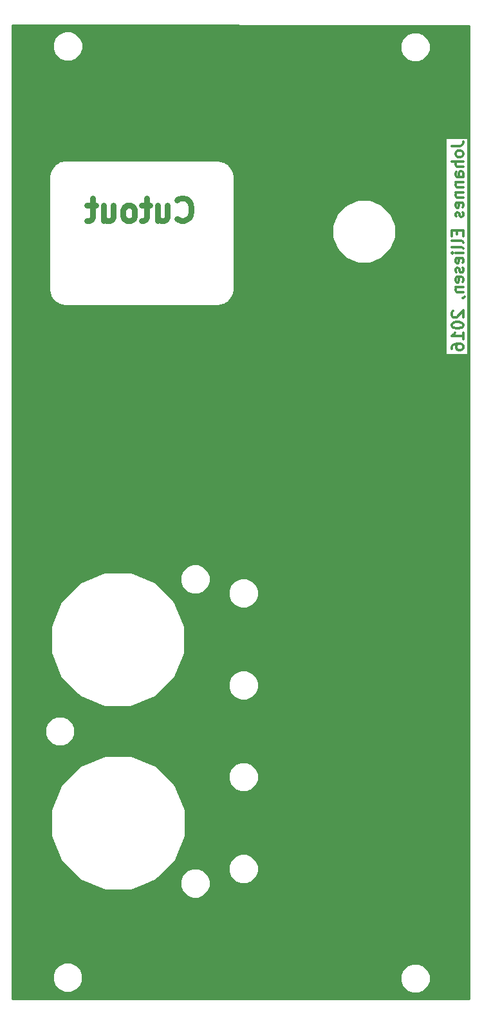
<source format=gbr>
G04 #@! TF.FileFunction,Copper,L2,Bot,Signal*
%FSLAX46Y46*%
G04 Gerber Fmt 4.6, Leading zero omitted, Abs format (unit mm)*
G04 Created by KiCad (PCBNEW 4.0.1-stable) date Donnerstag, 28. April 2016 'u50' 10:50:22*
%MOMM*%
G01*
G04 APERTURE LIST*
%ADD10C,0.100000*%
%ADD11C,0.750000*%
%ADD12C,0.300000*%
%ADD13C,7.800000*%
%ADD14C,10.400000*%
%ADD15C,0.254000*%
G04 APERTURE END LIST*
D10*
D11*
X111882144Y-57721429D02*
X112025001Y-57864286D01*
X112453572Y-58007143D01*
X112739286Y-58007143D01*
X113167858Y-57864286D01*
X113453572Y-57578571D01*
X113596429Y-57292857D01*
X113739286Y-56721429D01*
X113739286Y-56292857D01*
X113596429Y-55721429D01*
X113453572Y-55435714D01*
X113167858Y-55150000D01*
X112739286Y-55007143D01*
X112453572Y-55007143D01*
X112025001Y-55150000D01*
X111882144Y-55292857D01*
X109310715Y-56007143D02*
X109310715Y-58007143D01*
X110596429Y-56007143D02*
X110596429Y-57578571D01*
X110453572Y-57864286D01*
X110167858Y-58007143D01*
X109739286Y-58007143D01*
X109453572Y-57864286D01*
X109310715Y-57721429D01*
X108310715Y-56007143D02*
X107167858Y-56007143D01*
X107882143Y-55007143D02*
X107882143Y-57578571D01*
X107739286Y-57864286D01*
X107453572Y-58007143D01*
X107167858Y-58007143D01*
X105739286Y-58007143D02*
X106025000Y-57864286D01*
X106167857Y-57721429D01*
X106310714Y-57435714D01*
X106310714Y-56578571D01*
X106167857Y-56292857D01*
X106025000Y-56150000D01*
X105739286Y-56007143D01*
X105310714Y-56007143D01*
X105025000Y-56150000D01*
X104882143Y-56292857D01*
X104739286Y-56578571D01*
X104739286Y-57435714D01*
X104882143Y-57721429D01*
X105025000Y-57864286D01*
X105310714Y-58007143D01*
X105739286Y-58007143D01*
X102167857Y-56007143D02*
X102167857Y-58007143D01*
X103453571Y-56007143D02*
X103453571Y-57578571D01*
X103310714Y-57864286D01*
X103025000Y-58007143D01*
X102596428Y-58007143D01*
X102310714Y-57864286D01*
X102167857Y-57721429D01*
X101167857Y-56007143D02*
X100025000Y-56007143D01*
X100739285Y-55007143D02*
X100739285Y-57578571D01*
X100596428Y-57864286D01*
X100310714Y-58007143D01*
X100025000Y-58007143D01*
D12*
X148003571Y-48171429D02*
X149075000Y-48171429D01*
X149289286Y-48100001D01*
X149432143Y-47957144D01*
X149503571Y-47742858D01*
X149503571Y-47600001D01*
X149503571Y-49100001D02*
X149432143Y-48957143D01*
X149360714Y-48885715D01*
X149217857Y-48814286D01*
X148789286Y-48814286D01*
X148646429Y-48885715D01*
X148575000Y-48957143D01*
X148503571Y-49100001D01*
X148503571Y-49314286D01*
X148575000Y-49457143D01*
X148646429Y-49528572D01*
X148789286Y-49600001D01*
X149217857Y-49600001D01*
X149360714Y-49528572D01*
X149432143Y-49457143D01*
X149503571Y-49314286D01*
X149503571Y-49100001D01*
X149503571Y-50242858D02*
X148003571Y-50242858D01*
X149503571Y-50885715D02*
X148717857Y-50885715D01*
X148575000Y-50814286D01*
X148503571Y-50671429D01*
X148503571Y-50457144D01*
X148575000Y-50314286D01*
X148646429Y-50242858D01*
X149503571Y-52242858D02*
X148717857Y-52242858D01*
X148575000Y-52171429D01*
X148503571Y-52028572D01*
X148503571Y-51742858D01*
X148575000Y-51600001D01*
X149432143Y-52242858D02*
X149503571Y-52100001D01*
X149503571Y-51742858D01*
X149432143Y-51600001D01*
X149289286Y-51528572D01*
X149146429Y-51528572D01*
X149003571Y-51600001D01*
X148932143Y-51742858D01*
X148932143Y-52100001D01*
X148860714Y-52242858D01*
X148503571Y-52957144D02*
X149503571Y-52957144D01*
X148646429Y-52957144D02*
X148575000Y-53028572D01*
X148503571Y-53171430D01*
X148503571Y-53385715D01*
X148575000Y-53528572D01*
X148717857Y-53600001D01*
X149503571Y-53600001D01*
X148503571Y-54314287D02*
X149503571Y-54314287D01*
X148646429Y-54314287D02*
X148575000Y-54385715D01*
X148503571Y-54528573D01*
X148503571Y-54742858D01*
X148575000Y-54885715D01*
X148717857Y-54957144D01*
X149503571Y-54957144D01*
X149432143Y-56242858D02*
X149503571Y-56100001D01*
X149503571Y-55814287D01*
X149432143Y-55671430D01*
X149289286Y-55600001D01*
X148717857Y-55600001D01*
X148575000Y-55671430D01*
X148503571Y-55814287D01*
X148503571Y-56100001D01*
X148575000Y-56242858D01*
X148717857Y-56314287D01*
X148860714Y-56314287D01*
X149003571Y-55600001D01*
X149432143Y-56885715D02*
X149503571Y-57028572D01*
X149503571Y-57314287D01*
X149432143Y-57457144D01*
X149289286Y-57528572D01*
X149217857Y-57528572D01*
X149075000Y-57457144D01*
X149003571Y-57314287D01*
X149003571Y-57100001D01*
X148932143Y-56957144D01*
X148789286Y-56885715D01*
X148717857Y-56885715D01*
X148575000Y-56957144D01*
X148503571Y-57100001D01*
X148503571Y-57314287D01*
X148575000Y-57457144D01*
X148717857Y-59314287D02*
X148717857Y-59814287D01*
X149503571Y-60028573D02*
X149503571Y-59314287D01*
X148003571Y-59314287D01*
X148003571Y-60028573D01*
X149503571Y-60885716D02*
X149432143Y-60742858D01*
X149289286Y-60671430D01*
X148003571Y-60671430D01*
X149503571Y-61671430D02*
X149432143Y-61528572D01*
X149289286Y-61457144D01*
X148003571Y-61457144D01*
X149503571Y-62242858D02*
X148503571Y-62242858D01*
X148003571Y-62242858D02*
X148075000Y-62171429D01*
X148146429Y-62242858D01*
X148075000Y-62314286D01*
X148003571Y-62242858D01*
X148146429Y-62242858D01*
X149432143Y-63528572D02*
X149503571Y-63385715D01*
X149503571Y-63100001D01*
X149432143Y-62957144D01*
X149289286Y-62885715D01*
X148717857Y-62885715D01*
X148575000Y-62957144D01*
X148503571Y-63100001D01*
X148503571Y-63385715D01*
X148575000Y-63528572D01*
X148717857Y-63600001D01*
X148860714Y-63600001D01*
X149003571Y-62885715D01*
X149432143Y-64171429D02*
X149503571Y-64314286D01*
X149503571Y-64600001D01*
X149432143Y-64742858D01*
X149289286Y-64814286D01*
X149217857Y-64814286D01*
X149075000Y-64742858D01*
X149003571Y-64600001D01*
X149003571Y-64385715D01*
X148932143Y-64242858D01*
X148789286Y-64171429D01*
X148717857Y-64171429D01*
X148575000Y-64242858D01*
X148503571Y-64385715D01*
X148503571Y-64600001D01*
X148575000Y-64742858D01*
X149432143Y-66028572D02*
X149503571Y-65885715D01*
X149503571Y-65600001D01*
X149432143Y-65457144D01*
X149289286Y-65385715D01*
X148717857Y-65385715D01*
X148575000Y-65457144D01*
X148503571Y-65600001D01*
X148503571Y-65885715D01*
X148575000Y-66028572D01*
X148717857Y-66100001D01*
X148860714Y-66100001D01*
X149003571Y-65385715D01*
X148503571Y-66742858D02*
X149503571Y-66742858D01*
X148646429Y-66742858D02*
X148575000Y-66814286D01*
X148503571Y-66957144D01*
X148503571Y-67171429D01*
X148575000Y-67314286D01*
X148717857Y-67385715D01*
X149503571Y-67385715D01*
X149432143Y-68171429D02*
X149503571Y-68171429D01*
X149646429Y-68100001D01*
X149717857Y-68028572D01*
X148146429Y-69885715D02*
X148075000Y-69957144D01*
X148003571Y-70100001D01*
X148003571Y-70457144D01*
X148075000Y-70600001D01*
X148146429Y-70671430D01*
X148289286Y-70742858D01*
X148432143Y-70742858D01*
X148646429Y-70671430D01*
X149503571Y-69814287D01*
X149503571Y-70742858D01*
X148003571Y-71671429D02*
X148003571Y-71814286D01*
X148075000Y-71957143D01*
X148146429Y-72028572D01*
X148289286Y-72100001D01*
X148575000Y-72171429D01*
X148932143Y-72171429D01*
X149217857Y-72100001D01*
X149360714Y-72028572D01*
X149432143Y-71957143D01*
X149503571Y-71814286D01*
X149503571Y-71671429D01*
X149432143Y-71528572D01*
X149360714Y-71457143D01*
X149217857Y-71385715D01*
X148932143Y-71314286D01*
X148575000Y-71314286D01*
X148289286Y-71385715D01*
X148146429Y-71457143D01*
X148075000Y-71528572D01*
X148003571Y-71671429D01*
X149503571Y-73600000D02*
X149503571Y-72742857D01*
X149503571Y-73171429D02*
X148003571Y-73171429D01*
X148217857Y-73028572D01*
X148360714Y-72885714D01*
X148432143Y-72742857D01*
X148003571Y-74885714D02*
X148003571Y-74600000D01*
X148075000Y-74457143D01*
X148146429Y-74385714D01*
X148360714Y-74242857D01*
X148646429Y-74171428D01*
X149217857Y-74171428D01*
X149360714Y-74242857D01*
X149432143Y-74314285D01*
X149503571Y-74457143D01*
X149503571Y-74742857D01*
X149432143Y-74885714D01*
X149360714Y-74957143D01*
X149217857Y-75028571D01*
X148860714Y-75028571D01*
X148717857Y-74957143D01*
X148646429Y-74885714D01*
X148575000Y-74742857D01*
X148575000Y-74457143D01*
X148646429Y-74314285D01*
X148717857Y-74242857D01*
X148860714Y-74171428D01*
D13*
X142200000Y-119100000D03*
X142200000Y-131150000D03*
X130100000Y-131200000D03*
X130100000Y-107000000D03*
X130100000Y-143250000D03*
X142150000Y-143250000D03*
X142150000Y-107000000D03*
X130100000Y-119100000D03*
D14*
X99950000Y-84200000D03*
X120300000Y-84175000D03*
X140625000Y-84175000D03*
D15*
G36*
X150338000Y-32361825D02*
X150338000Y-160338000D01*
X90212000Y-160338000D01*
X90212000Y-157921524D01*
X95492657Y-157921524D01*
X95793003Y-158648418D01*
X96348657Y-159205042D01*
X97075025Y-159506656D01*
X97861524Y-159507343D01*
X98588418Y-159206997D01*
X99145042Y-158651343D01*
X99398260Y-158041524D01*
X141222657Y-158041524D01*
X141523003Y-158768418D01*
X142078657Y-159325042D01*
X142805025Y-159626656D01*
X143591524Y-159627343D01*
X144318418Y-159326997D01*
X144875042Y-158771343D01*
X145176656Y-158044975D01*
X145177343Y-157258476D01*
X144876997Y-156531582D01*
X144321343Y-155974958D01*
X143594975Y-155673344D01*
X142808476Y-155672657D01*
X142081582Y-155973003D01*
X141524958Y-156528657D01*
X141223344Y-157255025D01*
X141222657Y-158041524D01*
X99398260Y-158041524D01*
X99446656Y-157924975D01*
X99447343Y-157138476D01*
X99146997Y-156411582D01*
X98591343Y-155854958D01*
X97864975Y-155553344D01*
X97078476Y-155552657D01*
X96351582Y-155853003D01*
X95794958Y-156408657D01*
X95493344Y-157135025D01*
X95492657Y-157921524D01*
X90212000Y-157921524D01*
X90212000Y-138973096D01*
X95271471Y-138973096D01*
X96612470Y-142218562D01*
X99093378Y-144703803D01*
X102336498Y-146050464D01*
X105848096Y-146053529D01*
X107087242Y-145541524D01*
X112272657Y-145541524D01*
X112573003Y-146268418D01*
X113128657Y-146825042D01*
X113855025Y-147126656D01*
X114641524Y-147127343D01*
X115368418Y-146826997D01*
X115925042Y-146271343D01*
X116226656Y-145544975D01*
X116227343Y-144758476D01*
X115926997Y-144031582D01*
X115537619Y-143641524D01*
X118622657Y-143641524D01*
X118923003Y-144368418D01*
X119478657Y-144925042D01*
X120205025Y-145226656D01*
X120991524Y-145227343D01*
X121718418Y-144926997D01*
X122275042Y-144371343D01*
X122576656Y-143644975D01*
X122577343Y-142858476D01*
X122276997Y-142131582D01*
X121721343Y-141574958D01*
X120994975Y-141273344D01*
X120208476Y-141272657D01*
X119481582Y-141573003D01*
X118924958Y-142128657D01*
X118623344Y-142855025D01*
X118622657Y-143641524D01*
X115537619Y-143641524D01*
X115371343Y-143474958D01*
X114644975Y-143173344D01*
X113858476Y-143172657D01*
X113131582Y-143473003D01*
X112574958Y-144028657D01*
X112273344Y-144755025D01*
X112272657Y-145541524D01*
X107087242Y-145541524D01*
X109093562Y-144712530D01*
X111578803Y-142231622D01*
X112925464Y-138988502D01*
X112928529Y-135476904D01*
X111587530Y-132231438D01*
X110898819Y-131541524D01*
X118622657Y-131541524D01*
X118923003Y-132268418D01*
X119478657Y-132825042D01*
X120205025Y-133126656D01*
X120991524Y-133127343D01*
X121718418Y-132826997D01*
X122275042Y-132271343D01*
X122576656Y-131544975D01*
X122577343Y-130758476D01*
X122276997Y-130031582D01*
X121721343Y-129474958D01*
X120994975Y-129173344D01*
X120208476Y-129172657D01*
X119481582Y-129473003D01*
X118924958Y-130028657D01*
X118623344Y-130755025D01*
X118622657Y-131541524D01*
X110898819Y-131541524D01*
X109106622Y-129746197D01*
X105863502Y-128399536D01*
X102351904Y-128396471D01*
X99106438Y-129737470D01*
X96621197Y-132218378D01*
X95274536Y-135461498D01*
X95271471Y-138973096D01*
X90212000Y-138973096D01*
X90212000Y-125541524D01*
X94472657Y-125541524D01*
X94773003Y-126268418D01*
X95328657Y-126825042D01*
X96055025Y-127126656D01*
X96841524Y-127127343D01*
X97568418Y-126826997D01*
X98125042Y-126271343D01*
X98426656Y-125544975D01*
X98427343Y-124758476D01*
X98126997Y-124031582D01*
X97571343Y-123474958D01*
X96844975Y-123173344D01*
X96058476Y-123172657D01*
X95331582Y-123473003D01*
X94774958Y-124028657D01*
X94473344Y-124755025D01*
X94472657Y-125541524D01*
X90212000Y-125541524D01*
X90212000Y-114848096D01*
X95221471Y-114848096D01*
X96562470Y-118093562D01*
X99043378Y-120578803D01*
X102286498Y-121925464D01*
X105798096Y-121928529D01*
X109043562Y-120587530D01*
X110141482Y-119491524D01*
X118622657Y-119491524D01*
X118923003Y-120218418D01*
X119478657Y-120775042D01*
X120205025Y-121076656D01*
X120991524Y-121077343D01*
X121718418Y-120776997D01*
X122275042Y-120221343D01*
X122576656Y-119494975D01*
X122577343Y-118708476D01*
X122276997Y-117981582D01*
X121721343Y-117424958D01*
X120994975Y-117123344D01*
X120208476Y-117122657D01*
X119481582Y-117423003D01*
X118924958Y-117978657D01*
X118623344Y-118705025D01*
X118622657Y-119491524D01*
X110141482Y-119491524D01*
X111528803Y-118106622D01*
X112875464Y-114863502D01*
X112878529Y-111351904D01*
X111537530Y-108106438D01*
X110823863Y-107391524D01*
X118622657Y-107391524D01*
X118923003Y-108118418D01*
X119478657Y-108675042D01*
X120205025Y-108976656D01*
X120991524Y-108977343D01*
X121718418Y-108676997D01*
X122275042Y-108121343D01*
X122576656Y-107394975D01*
X122577343Y-106608476D01*
X122276997Y-105881582D01*
X121721343Y-105324958D01*
X120994975Y-105023344D01*
X120208476Y-105022657D01*
X119481582Y-105323003D01*
X118924958Y-105878657D01*
X118623344Y-106605025D01*
X118622657Y-107391524D01*
X110823863Y-107391524D01*
X109056622Y-105621197D01*
X108864749Y-105541524D01*
X112272657Y-105541524D01*
X112573003Y-106268418D01*
X113128657Y-106825042D01*
X113855025Y-107126656D01*
X114641524Y-107127343D01*
X115368418Y-106826997D01*
X115925042Y-106271343D01*
X116226656Y-105544975D01*
X116227343Y-104758476D01*
X115926997Y-104031582D01*
X115371343Y-103474958D01*
X114644975Y-103173344D01*
X113858476Y-103172657D01*
X113131582Y-103473003D01*
X112574958Y-104028657D01*
X112273344Y-104755025D01*
X112272657Y-105541524D01*
X108864749Y-105541524D01*
X105813502Y-104274536D01*
X102301904Y-104271471D01*
X99056438Y-105612470D01*
X96571197Y-108093378D01*
X95224536Y-111336498D01*
X95221471Y-114848096D01*
X90212000Y-114848096D01*
X90212000Y-67024642D01*
X95013000Y-67024642D01*
X95017190Y-67045896D01*
X95017206Y-67051999D01*
X95167518Y-67797691D01*
X95183316Y-67835557D01*
X95199066Y-67873581D01*
X95627193Y-68514317D01*
X95656438Y-68543562D01*
X95685683Y-68572808D01*
X96326419Y-69000934D01*
X96364882Y-69016865D01*
X96402841Y-69032588D01*
X97158641Y-69182926D01*
X97179519Y-69182926D01*
X97200000Y-69187000D01*
X117175000Y-69187000D01*
X117195744Y-69182874D01*
X117226999Y-69182794D01*
X117972691Y-69032482D01*
X118010557Y-69016684D01*
X118048581Y-69000934D01*
X118689317Y-68572807D01*
X118718562Y-68543562D01*
X118747808Y-68514317D01*
X119175934Y-67873581D01*
X119198317Y-67819542D01*
X119207588Y-67797159D01*
X119357926Y-67041359D01*
X119357926Y-67020481D01*
X119362000Y-67000000D01*
X119362000Y-60227211D01*
X132272277Y-60227211D01*
X132906847Y-61762989D01*
X134080830Y-62939023D01*
X135615498Y-63576273D01*
X137277211Y-63577723D01*
X138812989Y-62943153D01*
X139989023Y-61769170D01*
X140626273Y-60234502D01*
X140627723Y-58572789D01*
X139993153Y-57037011D01*
X138819170Y-55860977D01*
X137284502Y-55223727D01*
X135622789Y-55222277D01*
X134087011Y-55856847D01*
X132910977Y-57030830D01*
X132273727Y-58565498D01*
X132272277Y-60227211D01*
X119362000Y-60227211D01*
X119362000Y-52225000D01*
X119357874Y-52204256D01*
X119357794Y-52173001D01*
X119207482Y-51427309D01*
X119191655Y-51389375D01*
X119175934Y-51351419D01*
X118747808Y-50710683D01*
X118718562Y-50681438D01*
X118689317Y-50652193D01*
X118048581Y-50224066D01*
X117972159Y-50192412D01*
X117216359Y-50042074D01*
X117170613Y-50042074D01*
X117150266Y-50038000D01*
X97225266Y-50013000D01*
X97204650Y-50017074D01*
X97183641Y-50017074D01*
X96427841Y-50167412D01*
X96405458Y-50176683D01*
X96351419Y-50199066D01*
X95710683Y-50627192D01*
X95685684Y-50652192D01*
X95652193Y-50685683D01*
X95224066Y-51326419D01*
X95192412Y-51402841D01*
X95042074Y-52158641D01*
X95042074Y-52179341D01*
X95038000Y-52199643D01*
X95013000Y-67024642D01*
X90212000Y-67024642D01*
X90212000Y-47098715D01*
X147188000Y-47098715D01*
X147188000Y-75601285D01*
X150162000Y-75601285D01*
X150162000Y-47098715D01*
X147188000Y-47098715D01*
X90212000Y-47098715D01*
X90212000Y-35431524D01*
X95502657Y-35431524D01*
X95803003Y-36158418D01*
X96358657Y-36715042D01*
X97085025Y-37016656D01*
X97871524Y-37017343D01*
X98598418Y-36716997D01*
X99155042Y-36161343D01*
X99412413Y-35541524D01*
X141222657Y-35541524D01*
X141523003Y-36268418D01*
X142078657Y-36825042D01*
X142805025Y-37126656D01*
X143591524Y-37127343D01*
X144318418Y-36826997D01*
X144875042Y-36271343D01*
X145176656Y-35544975D01*
X145177343Y-34758476D01*
X144876997Y-34031582D01*
X144321343Y-33474958D01*
X143594975Y-33173344D01*
X142808476Y-33172657D01*
X142081582Y-33473003D01*
X141524958Y-34028657D01*
X141223344Y-34755025D01*
X141222657Y-35541524D01*
X99412413Y-35541524D01*
X99456656Y-35434975D01*
X99457343Y-34648476D01*
X99156997Y-33921582D01*
X98601343Y-33364958D01*
X97874975Y-33063344D01*
X97088476Y-33062657D01*
X96361582Y-33363003D01*
X95804958Y-33918657D01*
X95503344Y-34645025D01*
X95502657Y-35431524D01*
X90212000Y-35431524D01*
X90212000Y-32312175D01*
X150338000Y-32361825D01*
X150338000Y-32361825D01*
G37*
X150338000Y-32361825D02*
X150338000Y-160338000D01*
X90212000Y-160338000D01*
X90212000Y-157921524D01*
X95492657Y-157921524D01*
X95793003Y-158648418D01*
X96348657Y-159205042D01*
X97075025Y-159506656D01*
X97861524Y-159507343D01*
X98588418Y-159206997D01*
X99145042Y-158651343D01*
X99398260Y-158041524D01*
X141222657Y-158041524D01*
X141523003Y-158768418D01*
X142078657Y-159325042D01*
X142805025Y-159626656D01*
X143591524Y-159627343D01*
X144318418Y-159326997D01*
X144875042Y-158771343D01*
X145176656Y-158044975D01*
X145177343Y-157258476D01*
X144876997Y-156531582D01*
X144321343Y-155974958D01*
X143594975Y-155673344D01*
X142808476Y-155672657D01*
X142081582Y-155973003D01*
X141524958Y-156528657D01*
X141223344Y-157255025D01*
X141222657Y-158041524D01*
X99398260Y-158041524D01*
X99446656Y-157924975D01*
X99447343Y-157138476D01*
X99146997Y-156411582D01*
X98591343Y-155854958D01*
X97864975Y-155553344D01*
X97078476Y-155552657D01*
X96351582Y-155853003D01*
X95794958Y-156408657D01*
X95493344Y-157135025D01*
X95492657Y-157921524D01*
X90212000Y-157921524D01*
X90212000Y-138973096D01*
X95271471Y-138973096D01*
X96612470Y-142218562D01*
X99093378Y-144703803D01*
X102336498Y-146050464D01*
X105848096Y-146053529D01*
X107087242Y-145541524D01*
X112272657Y-145541524D01*
X112573003Y-146268418D01*
X113128657Y-146825042D01*
X113855025Y-147126656D01*
X114641524Y-147127343D01*
X115368418Y-146826997D01*
X115925042Y-146271343D01*
X116226656Y-145544975D01*
X116227343Y-144758476D01*
X115926997Y-144031582D01*
X115537619Y-143641524D01*
X118622657Y-143641524D01*
X118923003Y-144368418D01*
X119478657Y-144925042D01*
X120205025Y-145226656D01*
X120991524Y-145227343D01*
X121718418Y-144926997D01*
X122275042Y-144371343D01*
X122576656Y-143644975D01*
X122577343Y-142858476D01*
X122276997Y-142131582D01*
X121721343Y-141574958D01*
X120994975Y-141273344D01*
X120208476Y-141272657D01*
X119481582Y-141573003D01*
X118924958Y-142128657D01*
X118623344Y-142855025D01*
X118622657Y-143641524D01*
X115537619Y-143641524D01*
X115371343Y-143474958D01*
X114644975Y-143173344D01*
X113858476Y-143172657D01*
X113131582Y-143473003D01*
X112574958Y-144028657D01*
X112273344Y-144755025D01*
X112272657Y-145541524D01*
X107087242Y-145541524D01*
X109093562Y-144712530D01*
X111578803Y-142231622D01*
X112925464Y-138988502D01*
X112928529Y-135476904D01*
X111587530Y-132231438D01*
X110898819Y-131541524D01*
X118622657Y-131541524D01*
X118923003Y-132268418D01*
X119478657Y-132825042D01*
X120205025Y-133126656D01*
X120991524Y-133127343D01*
X121718418Y-132826997D01*
X122275042Y-132271343D01*
X122576656Y-131544975D01*
X122577343Y-130758476D01*
X122276997Y-130031582D01*
X121721343Y-129474958D01*
X120994975Y-129173344D01*
X120208476Y-129172657D01*
X119481582Y-129473003D01*
X118924958Y-130028657D01*
X118623344Y-130755025D01*
X118622657Y-131541524D01*
X110898819Y-131541524D01*
X109106622Y-129746197D01*
X105863502Y-128399536D01*
X102351904Y-128396471D01*
X99106438Y-129737470D01*
X96621197Y-132218378D01*
X95274536Y-135461498D01*
X95271471Y-138973096D01*
X90212000Y-138973096D01*
X90212000Y-125541524D01*
X94472657Y-125541524D01*
X94773003Y-126268418D01*
X95328657Y-126825042D01*
X96055025Y-127126656D01*
X96841524Y-127127343D01*
X97568418Y-126826997D01*
X98125042Y-126271343D01*
X98426656Y-125544975D01*
X98427343Y-124758476D01*
X98126997Y-124031582D01*
X97571343Y-123474958D01*
X96844975Y-123173344D01*
X96058476Y-123172657D01*
X95331582Y-123473003D01*
X94774958Y-124028657D01*
X94473344Y-124755025D01*
X94472657Y-125541524D01*
X90212000Y-125541524D01*
X90212000Y-114848096D01*
X95221471Y-114848096D01*
X96562470Y-118093562D01*
X99043378Y-120578803D01*
X102286498Y-121925464D01*
X105798096Y-121928529D01*
X109043562Y-120587530D01*
X110141482Y-119491524D01*
X118622657Y-119491524D01*
X118923003Y-120218418D01*
X119478657Y-120775042D01*
X120205025Y-121076656D01*
X120991524Y-121077343D01*
X121718418Y-120776997D01*
X122275042Y-120221343D01*
X122576656Y-119494975D01*
X122577343Y-118708476D01*
X122276997Y-117981582D01*
X121721343Y-117424958D01*
X120994975Y-117123344D01*
X120208476Y-117122657D01*
X119481582Y-117423003D01*
X118924958Y-117978657D01*
X118623344Y-118705025D01*
X118622657Y-119491524D01*
X110141482Y-119491524D01*
X111528803Y-118106622D01*
X112875464Y-114863502D01*
X112878529Y-111351904D01*
X111537530Y-108106438D01*
X110823863Y-107391524D01*
X118622657Y-107391524D01*
X118923003Y-108118418D01*
X119478657Y-108675042D01*
X120205025Y-108976656D01*
X120991524Y-108977343D01*
X121718418Y-108676997D01*
X122275042Y-108121343D01*
X122576656Y-107394975D01*
X122577343Y-106608476D01*
X122276997Y-105881582D01*
X121721343Y-105324958D01*
X120994975Y-105023344D01*
X120208476Y-105022657D01*
X119481582Y-105323003D01*
X118924958Y-105878657D01*
X118623344Y-106605025D01*
X118622657Y-107391524D01*
X110823863Y-107391524D01*
X109056622Y-105621197D01*
X108864749Y-105541524D01*
X112272657Y-105541524D01*
X112573003Y-106268418D01*
X113128657Y-106825042D01*
X113855025Y-107126656D01*
X114641524Y-107127343D01*
X115368418Y-106826997D01*
X115925042Y-106271343D01*
X116226656Y-105544975D01*
X116227343Y-104758476D01*
X115926997Y-104031582D01*
X115371343Y-103474958D01*
X114644975Y-103173344D01*
X113858476Y-103172657D01*
X113131582Y-103473003D01*
X112574958Y-104028657D01*
X112273344Y-104755025D01*
X112272657Y-105541524D01*
X108864749Y-105541524D01*
X105813502Y-104274536D01*
X102301904Y-104271471D01*
X99056438Y-105612470D01*
X96571197Y-108093378D01*
X95224536Y-111336498D01*
X95221471Y-114848096D01*
X90212000Y-114848096D01*
X90212000Y-67024642D01*
X95013000Y-67024642D01*
X95017190Y-67045896D01*
X95017206Y-67051999D01*
X95167518Y-67797691D01*
X95183316Y-67835557D01*
X95199066Y-67873581D01*
X95627193Y-68514317D01*
X95656438Y-68543562D01*
X95685683Y-68572808D01*
X96326419Y-69000934D01*
X96364882Y-69016865D01*
X96402841Y-69032588D01*
X97158641Y-69182926D01*
X97179519Y-69182926D01*
X97200000Y-69187000D01*
X117175000Y-69187000D01*
X117195744Y-69182874D01*
X117226999Y-69182794D01*
X117972691Y-69032482D01*
X118010557Y-69016684D01*
X118048581Y-69000934D01*
X118689317Y-68572807D01*
X118718562Y-68543562D01*
X118747808Y-68514317D01*
X119175934Y-67873581D01*
X119198317Y-67819542D01*
X119207588Y-67797159D01*
X119357926Y-67041359D01*
X119357926Y-67020481D01*
X119362000Y-67000000D01*
X119362000Y-60227211D01*
X132272277Y-60227211D01*
X132906847Y-61762989D01*
X134080830Y-62939023D01*
X135615498Y-63576273D01*
X137277211Y-63577723D01*
X138812989Y-62943153D01*
X139989023Y-61769170D01*
X140626273Y-60234502D01*
X140627723Y-58572789D01*
X139993153Y-57037011D01*
X138819170Y-55860977D01*
X137284502Y-55223727D01*
X135622789Y-55222277D01*
X134087011Y-55856847D01*
X132910977Y-57030830D01*
X132273727Y-58565498D01*
X132272277Y-60227211D01*
X119362000Y-60227211D01*
X119362000Y-52225000D01*
X119357874Y-52204256D01*
X119357794Y-52173001D01*
X119207482Y-51427309D01*
X119191655Y-51389375D01*
X119175934Y-51351419D01*
X118747808Y-50710683D01*
X118718562Y-50681438D01*
X118689317Y-50652193D01*
X118048581Y-50224066D01*
X117972159Y-50192412D01*
X117216359Y-50042074D01*
X117170613Y-50042074D01*
X117150266Y-50038000D01*
X97225266Y-50013000D01*
X97204650Y-50017074D01*
X97183641Y-50017074D01*
X96427841Y-50167412D01*
X96405458Y-50176683D01*
X96351419Y-50199066D01*
X95710683Y-50627192D01*
X95685684Y-50652192D01*
X95652193Y-50685683D01*
X95224066Y-51326419D01*
X95192412Y-51402841D01*
X95042074Y-52158641D01*
X95042074Y-52179341D01*
X95038000Y-52199643D01*
X95013000Y-67024642D01*
X90212000Y-67024642D01*
X90212000Y-47098715D01*
X147188000Y-47098715D01*
X147188000Y-75601285D01*
X150162000Y-75601285D01*
X150162000Y-47098715D01*
X147188000Y-47098715D01*
X90212000Y-47098715D01*
X90212000Y-35431524D01*
X95502657Y-35431524D01*
X95803003Y-36158418D01*
X96358657Y-36715042D01*
X97085025Y-37016656D01*
X97871524Y-37017343D01*
X98598418Y-36716997D01*
X99155042Y-36161343D01*
X99412413Y-35541524D01*
X141222657Y-35541524D01*
X141523003Y-36268418D01*
X142078657Y-36825042D01*
X142805025Y-37126656D01*
X143591524Y-37127343D01*
X144318418Y-36826997D01*
X144875042Y-36271343D01*
X145176656Y-35544975D01*
X145177343Y-34758476D01*
X144876997Y-34031582D01*
X144321343Y-33474958D01*
X143594975Y-33173344D01*
X142808476Y-33172657D01*
X142081582Y-33473003D01*
X141524958Y-34028657D01*
X141223344Y-34755025D01*
X141222657Y-35541524D01*
X99412413Y-35541524D01*
X99456656Y-35434975D01*
X99457343Y-34648476D01*
X99156997Y-33921582D01*
X98601343Y-33364958D01*
X97874975Y-33063344D01*
X97088476Y-33062657D01*
X96361582Y-33363003D01*
X95804958Y-33918657D01*
X95503344Y-34645025D01*
X95502657Y-35431524D01*
X90212000Y-35431524D01*
X90212000Y-32312175D01*
X150338000Y-32361825D01*
M02*

</source>
